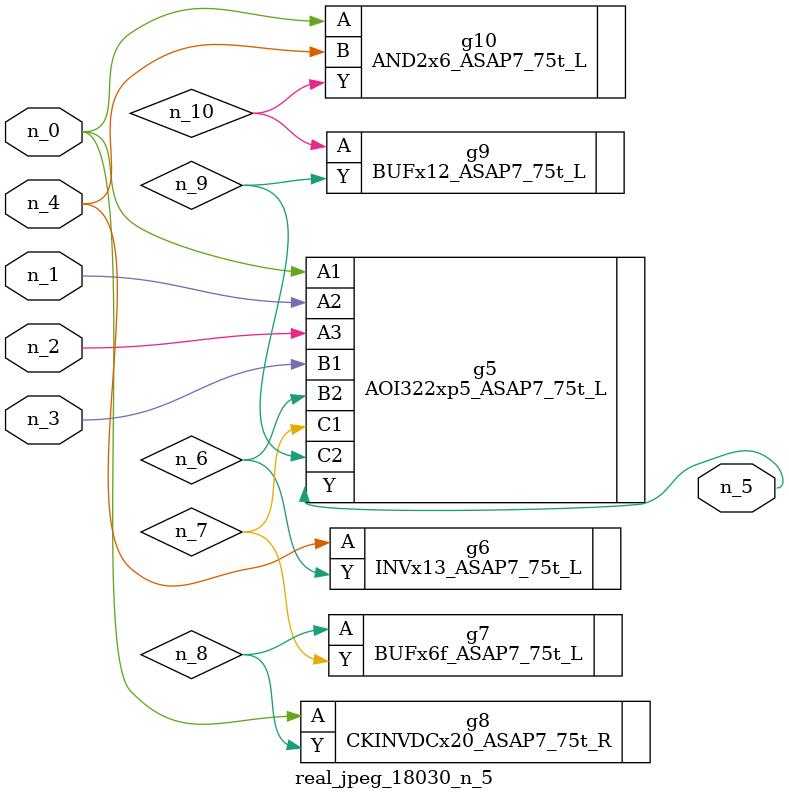
<source format=v>
module real_jpeg_18030_n_5 (n_4, n_0, n_1, n_2, n_3, n_5);

input n_4;
input n_0;
input n_1;
input n_2;
input n_3;

output n_5;

wire n_8;
wire n_6;
wire n_7;
wire n_10;
wire n_9;

AOI322xp5_ASAP7_75t_L g5 ( 
.A1(n_0),
.A2(n_1),
.A3(n_2),
.B1(n_3),
.B2(n_6),
.C1(n_7),
.C2(n_9),
.Y(n_5)
);

CKINVDCx20_ASAP7_75t_R g8 ( 
.A(n_0),
.Y(n_8)
);

AND2x6_ASAP7_75t_L g10 ( 
.A(n_0),
.B(n_4),
.Y(n_10)
);

INVx13_ASAP7_75t_L g6 ( 
.A(n_4),
.Y(n_6)
);

BUFx6f_ASAP7_75t_L g7 ( 
.A(n_8),
.Y(n_7)
);

BUFx12_ASAP7_75t_L g9 ( 
.A(n_10),
.Y(n_9)
);


endmodule
</source>
